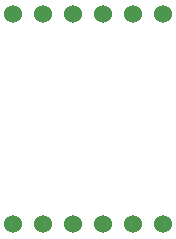
<source format=gbs>
G04 #@! TF.FileFunction,Soldermask,Bot*
%FSLAX46Y46*%
G04 Gerber Fmt 4.6, Leading zero omitted, Abs format (unit mm)*
G04 Created by KiCad (PCBNEW (2015-07-01 BZR 5850, Git 51c0ae3)-product) date 07/10/2015 23:59:39*
%MOMM*%
G01*
G04 APERTURE LIST*
%ADD10C,0.100000*%
%ADD11C,1.524000*%
G04 APERTURE END LIST*
D10*
D11*
X152400000Y-113030000D03*
X149860000Y-113030000D03*
X147320000Y-113030000D03*
X157480000Y-113030000D03*
X154940000Y-113030000D03*
X144780000Y-113030000D03*
X149860000Y-95250000D03*
X152400000Y-95250000D03*
X154940000Y-95250000D03*
X144780000Y-95250000D03*
X147320000Y-95250000D03*
X157480000Y-95250000D03*
M02*

</source>
